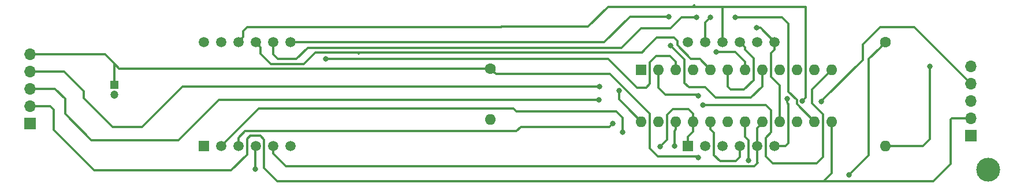
<source format=gtl>
G04 #@! TF.GenerationSoftware,KiCad,Pcbnew,5.0.1+dfsg1-3*
G04 #@! TF.CreationDate,2018-12-18T12:42:31-03:00*
G04 #@! TF.ProjectId,Control-Temp-Dysplay,436F6E74726F6C2D54656D702D447973,rev?*
G04 #@! TF.SameCoordinates,Original*
G04 #@! TF.FileFunction,Copper,L1,Top,Signal*
G04 #@! TF.FilePolarity,Positive*
%FSLAX46Y46*%
G04 Gerber Fmt 4.6, Leading zero omitted, Abs format (unit mm)*
G04 Created by KiCad (PCBNEW 5.0.1+dfsg1-3) date mar 18 dic 2018 12:42:31 -03*
%MOMM*%
%LPD*%
G01*
G04 APERTURE LIST*
G04 #@! TA.AperFunction,ComponentPad*
%ADD10C,1.600000*%
G04 #@! TD*
G04 #@! TA.AperFunction,ComponentPad*
%ADD11O,1.600000X1.600000*%
G04 #@! TD*
G04 #@! TA.AperFunction,ComponentPad*
%ADD12R,1.200000X1.200000*%
G04 #@! TD*
G04 #@! TA.AperFunction,ComponentPad*
%ADD13C,1.200000*%
G04 #@! TD*
G04 #@! TA.AperFunction,ComponentPad*
%ADD14C,1.500000*%
G04 #@! TD*
G04 #@! TA.AperFunction,ComponentPad*
%ADD15R,1.500000X1.500000*%
G04 #@! TD*
G04 #@! TA.AperFunction,ComponentPad*
%ADD16R,1.700000X1.700000*%
G04 #@! TD*
G04 #@! TA.AperFunction,ComponentPad*
%ADD17O,1.700000X1.700000*%
G04 #@! TD*
G04 #@! TA.AperFunction,ComponentPad*
%ADD18R,1.600000X1.600000*%
G04 #@! TD*
G04 #@! TA.AperFunction,ViaPad*
%ADD19C,3.500000*%
G04 #@! TD*
G04 #@! TA.AperFunction,ViaPad*
%ADD20C,0.800000*%
G04 #@! TD*
G04 #@! TA.AperFunction,Conductor*
%ADD21C,0.300000*%
G04 #@! TD*
G04 APERTURE END LIST*
D10*
G04 #@! TO.P,10nF1,1*
G04 #@! TO.N,VCC*
X101050000Y-48625000D03*
D11*
G04 #@! TO.P,10nF1,2*
G04 #@! TO.N,GND*
X101050000Y-56125000D03*
G04 #@! TD*
D12*
G04 #@! TO.P,10uF1,1*
G04 #@! TO.N,VCC*
X45925000Y-51000000D03*
D13*
G04 #@! TO.P,10uF1,2*
G04 #@! TO.N,GND*
X45925000Y-52500000D03*
G04 #@! TD*
D14*
G04 #@! TO.P,DISP1,12*
G04 #@! TO.N,D3*
X130000000Y-44760000D03*
G04 #@! TO.P,DISP1,11*
G04 #@! TO.N,A*
X132540000Y-44760000D03*
G04 #@! TO.P,DISP1,10*
G04 #@! TO.N,F*
X135080000Y-44760000D03*
G04 #@! TO.P,DISP1,9*
G04 #@! TO.N,D2*
X137620000Y-44760000D03*
G04 #@! TO.P,DISP1,8*
G04 #@! TO.N,D1*
X140160000Y-44760000D03*
G04 #@! TO.P,DISP1,7*
G04 #@! TO.N,B*
X142700000Y-44760000D03*
G04 #@! TO.P,DISP1,6*
G04 #@! TO.N,D0*
X142700000Y-60000000D03*
G04 #@! TO.P,DISP1,5*
G04 #@! TO.N,G*
X140160000Y-60000000D03*
G04 #@! TO.P,DISP1,4*
G04 #@! TO.N,C*
X137620000Y-60000000D03*
G04 #@! TO.P,DISP1,3*
G04 #@! TO.N,DP*
X135080000Y-60000000D03*
G04 #@! TO.P,DISP1,2*
G04 #@! TO.N,D*
X132540000Y-60000000D03*
D15*
G04 #@! TO.P,DISP1,1*
G04 #@! TO.N,E*
X130000000Y-60000000D03*
G04 #@! TD*
G04 #@! TO.P,DISP2,1*
G04 #@! TO.N,E*
X59000000Y-60000000D03*
D14*
G04 #@! TO.P,DISP2,2*
G04 #@! TO.N,D*
X61540000Y-60000000D03*
G04 #@! TO.P,DISP2,3*
G04 #@! TO.N,DP*
X64080000Y-60000000D03*
G04 #@! TO.P,DISP2,4*
G04 #@! TO.N,C*
X66620000Y-60000000D03*
G04 #@! TO.P,DISP2,5*
G04 #@! TO.N,G*
X69160000Y-60000000D03*
G04 #@! TO.P,DISP2,6*
G04 #@! TO.N,D4*
X71700000Y-60000000D03*
G04 #@! TO.P,DISP2,7*
G04 #@! TO.N,B*
X71700000Y-44760000D03*
G04 #@! TO.P,DISP2,8*
G04 #@! TO.N,D5*
X69160000Y-44760000D03*
G04 #@! TO.P,DISP2,9*
G04 #@! TO.N,D6*
X66620000Y-44760000D03*
G04 #@! TO.P,DISP2,10*
G04 #@! TO.N,F*
X64080000Y-44760000D03*
G04 #@! TO.P,DISP2,11*
G04 #@! TO.N,A*
X61540000Y-44760000D03*
G04 #@! TO.P,DISP2,12*
G04 #@! TO.N,D7*
X59000000Y-44760000D03*
G04 #@! TD*
D16*
G04 #@! TO.P,J1,1*
G04 #@! TO.N,GND*
X33575000Y-56700000D03*
D17*
G04 #@! TO.P,J1,2*
G04 #@! TO.N,CLK*
X33575000Y-54160000D03*
G04 #@! TO.P,J1,3*
G04 #@! TO.N,LOAD*
X33575000Y-51620000D03*
G04 #@! TO.P,J1,4*
G04 #@! TO.N,DIN*
X33575000Y-49080000D03*
G04 #@! TO.P,J1,5*
G04 #@! TO.N,VCC*
X33575000Y-46540000D03*
G04 #@! TD*
G04 #@! TO.P,J2,5*
G04 #@! TO.N,VCC*
X171475000Y-48290000D03*
G04 #@! TO.P,J2,4*
G04 #@! TO.N,DOUT*
X171475000Y-50830000D03*
G04 #@! TO.P,J2,3*
G04 #@! TO.N,LOAD*
X171475000Y-53370000D03*
G04 #@! TO.P,J2,2*
G04 #@! TO.N,CLK*
X171475000Y-55910000D03*
D16*
G04 #@! TO.P,J2,1*
G04 #@! TO.N,GND*
X171475000Y-58450000D03*
G04 #@! TD*
D10*
G04 #@! TO.P,R1,1*
G04 #@! TO.N,Net-(R1-Pad1)*
X158975000Y-44775000D03*
D11*
G04 #@! TO.P,R1,2*
G04 #@! TO.N,VCC*
X158975000Y-60015000D03*
G04 #@! TD*
D18*
G04 #@! TO.P,U1,1*
G04 #@! TO.N,DIN*
X123150000Y-48800000D03*
D11*
G04 #@! TO.P,U1,13*
G04 #@! TO.N,CLK*
X151090000Y-56420000D03*
G04 #@! TO.P,U1,2*
G04 #@! TO.N,D0*
X125690000Y-48800000D03*
G04 #@! TO.P,U1,14*
G04 #@! TO.N,A*
X148550000Y-56420000D03*
G04 #@! TO.P,U1,3*
G04 #@! TO.N,D4*
X128230000Y-48800000D03*
G04 #@! TO.P,U1,15*
G04 #@! TO.N,F*
X146010000Y-56420000D03*
G04 #@! TO.P,U1,4*
G04 #@! TO.N,GND*
X130770000Y-48800000D03*
G04 #@! TO.P,U1,16*
G04 #@! TO.N,B*
X143470000Y-56420000D03*
G04 #@! TO.P,U1,5*
G04 #@! TO.N,D6*
X133310000Y-48800000D03*
G04 #@! TO.P,U1,17*
G04 #@! TO.N,G*
X140930000Y-56420000D03*
G04 #@! TO.P,U1,6*
G04 #@! TO.N,D2*
X135850000Y-48800000D03*
G04 #@! TO.P,U1,18*
G04 #@! TO.N,Net-(R1-Pad1)*
X138390000Y-56420000D03*
G04 #@! TO.P,U1,7*
G04 #@! TO.N,D3*
X138390000Y-48800000D03*
G04 #@! TO.P,U1,19*
G04 #@! TO.N,VCC*
X135850000Y-56420000D03*
G04 #@! TO.P,U1,8*
G04 #@! TO.N,D7*
X140930000Y-48800000D03*
G04 #@! TO.P,U1,20*
G04 #@! TO.N,C*
X133310000Y-56420000D03*
G04 #@! TO.P,U1,9*
G04 #@! TO.N,GND*
X143470000Y-48800000D03*
G04 #@! TO.P,U1,21*
G04 #@! TO.N,E*
X130770000Y-56420000D03*
G04 #@! TO.P,U1,10*
G04 #@! TO.N,D5*
X146010000Y-48800000D03*
G04 #@! TO.P,U1,22*
G04 #@! TO.N,DP*
X128230000Y-56420000D03*
G04 #@! TO.P,U1,11*
G04 #@! TO.N,D1*
X148550000Y-48800000D03*
G04 #@! TO.P,U1,23*
G04 #@! TO.N,D*
X125690000Y-56420000D03*
G04 #@! TO.P,U1,12*
G04 #@! TO.N,LOAD*
X151090000Y-48800000D03*
G04 #@! TO.P,U1,24*
G04 #@! TO.N,DOUT*
X123150000Y-56420000D03*
G04 #@! TD*
D19*
G04 #@! TO.N,*
X173990000Y-63500000D03*
D20*
G04 #@! TO.N,VCC*
X165485000Y-48290000D03*
X131500000Y-61725000D03*
G04 #@! TO.N,D3*
X134150000Y-46225000D03*
G04 #@! TO.N,A*
X136900000Y-41100000D03*
X133250000Y-41125000D03*
G04 #@! TO.N,F*
X146750000Y-53400000D03*
G04 #@! TO.N,B*
X140100000Y-42675000D03*
X127175000Y-41050000D03*
G04 #@! TO.N,D0*
X131550000Y-52625000D03*
X144525000Y-53025000D03*
G04 #@! TO.N,C*
X66575000Y-63350000D03*
G04 #@! TO.N,DP*
X118950000Y-56700000D03*
X128000000Y-60025000D03*
G04 #@! TO.N,D*
X120425000Y-57975000D03*
G04 #@! TO.N,E*
X125900000Y-60100000D03*
G04 #@! TO.N,D4*
X76900000Y-47200000D03*
G04 #@! TO.N,D5*
X131275000Y-41150000D03*
G04 #@! TO.N,D7*
X127450000Y-45275000D03*
G04 #@! TO.N,LOAD*
X132200000Y-53950000D03*
X116975000Y-53225000D03*
G04 #@! TO.N,DIN*
X117025000Y-51300000D03*
G04 #@! TO.N,DOUT*
X119875000Y-51825000D03*
X149525000Y-53450000D03*
G04 #@! TO.N,Net-(R1-Pad1)*
X153625000Y-64250000D03*
X138850000Y-62075000D03*
G04 #@! TD*
D21*
G04 #@! TO.N,VCC*
X165485000Y-48290000D02*
X165485000Y-58965000D01*
X165485000Y-58965000D02*
X164425000Y-60025000D01*
X164415000Y-60015000D02*
X158975000Y-60015000D01*
X164425000Y-60025000D02*
X164415000Y-60015000D01*
X45925000Y-51000000D02*
X45925000Y-47925000D01*
X44540000Y-46540000D02*
X33575000Y-46540000D01*
X45925000Y-47925000D02*
X44540000Y-46540000D01*
X46625000Y-48625000D02*
X101050000Y-48625000D01*
X45925000Y-47925000D02*
X46625000Y-48625000D01*
X118585001Y-49424999D02*
X124400000Y-55239998D01*
X101050000Y-48625000D02*
X101849999Y-49424999D01*
X101849999Y-49424999D02*
X118585001Y-49424999D01*
X124400000Y-55239998D02*
X124400000Y-60350000D01*
X124400000Y-60350000D02*
X125575000Y-61525000D01*
X125575000Y-61525000D02*
X131300000Y-61525000D01*
X131300000Y-61525000D02*
X131500000Y-61725000D01*
G04 #@! TO.N,D3*
X138390000Y-47668630D02*
X136946370Y-46225000D01*
X138390000Y-48800000D02*
X138390000Y-47668630D01*
X136946370Y-46225000D02*
X134150000Y-46225000D01*
G04 #@! TO.N,A*
X132540000Y-41835000D02*
X132540000Y-44760000D01*
X133250000Y-41125000D02*
X132540000Y-41835000D01*
X145949999Y-53819999D02*
X145949999Y-53260003D01*
X143800000Y-41100000D02*
X137465685Y-41100000D01*
X148550000Y-56420000D02*
X145949999Y-53819999D01*
X145949999Y-53260003D02*
X144750000Y-52060004D01*
X144750000Y-52060004D02*
X144750000Y-42050000D01*
X137465685Y-41100000D02*
X136900000Y-41100000D01*
X144750000Y-42050000D02*
X143800000Y-41100000D01*
G04 #@! TO.N,F*
X135080000Y-44760000D02*
X135080000Y-43699340D01*
X130880660Y-39350000D02*
X130805660Y-39425000D01*
X64829999Y-44010001D02*
X64829999Y-43120001D01*
X64080000Y-44760000D02*
X64829999Y-44010001D01*
X64829999Y-43120001D02*
X65375000Y-42575000D01*
X65375000Y-42575000D02*
X102600000Y-42575000D01*
X102600000Y-42575000D02*
X102675000Y-42500000D01*
X102675000Y-42500000D02*
X115375000Y-42500000D01*
X118325000Y-39550000D02*
X135080000Y-39550000D01*
X115375000Y-42500000D02*
X118325000Y-39550000D01*
X135080000Y-44760000D02*
X135080000Y-39550000D01*
X147225000Y-39550000D02*
X147249997Y-39574997D01*
X147249997Y-39574997D02*
X147249997Y-52900003D01*
X147149999Y-53000001D02*
X146750000Y-53400000D01*
X135080000Y-39550000D02*
X147225000Y-39550000D01*
X147249997Y-52900003D02*
X147149999Y-53000001D01*
G04 #@! TO.N,D2*
X135850000Y-51275000D02*
X135850000Y-48800000D01*
X137620000Y-44760000D02*
X138369999Y-45509999D01*
X138369999Y-45509999D02*
X138369999Y-45844999D01*
X138369999Y-45844999D02*
X139625000Y-47100000D01*
X139625000Y-47100000D02*
X139625000Y-50300000D01*
X139625000Y-50300000D02*
X138225000Y-51700000D01*
X136275000Y-51700000D02*
X135850000Y-51275000D01*
X138225000Y-51700000D02*
X136275000Y-51700000D01*
G04 #@! TO.N,B*
X143470000Y-51145000D02*
X143470000Y-56420000D01*
X142700000Y-45820660D02*
X142150000Y-46370660D01*
X142700000Y-44760000D02*
X142700000Y-45820660D01*
X142175000Y-48225000D02*
X142175000Y-49850000D01*
X142150000Y-46370660D02*
X142150000Y-48200000D01*
X142150000Y-48200000D02*
X142175000Y-48225000D01*
X142175000Y-49850000D02*
X143470000Y-51145000D01*
X142700000Y-44760000D02*
X140615000Y-42675000D01*
X140615000Y-42675000D02*
X140100000Y-42675000D01*
X126609315Y-41050000D02*
X126584315Y-41025000D01*
X127175000Y-41050000D02*
X126609315Y-41050000D01*
X126584315Y-41025000D02*
X121500000Y-41025000D01*
X121500000Y-41025000D02*
X117750000Y-44775000D01*
X117735000Y-44760000D02*
X71700000Y-44760000D01*
X117750000Y-44775000D02*
X117735000Y-44760000D01*
G04 #@! TO.N,D0*
X125690000Y-48800000D02*
X125690000Y-51465000D01*
X125690000Y-51465000D02*
X126675000Y-52450000D01*
X126675000Y-52450000D02*
X131375000Y-52450000D01*
X131375000Y-52450000D02*
X131550000Y-52625000D01*
X144525000Y-53590685D02*
X144675000Y-53740685D01*
X144750000Y-59550000D02*
X144300000Y-60000000D01*
X144525000Y-53025000D02*
X144525000Y-53590685D01*
X144675000Y-53740685D02*
X144675000Y-53775000D01*
X144300000Y-60000000D02*
X142700000Y-60000000D01*
X144675000Y-53775000D02*
X144750000Y-53850000D01*
X144750000Y-53850000D02*
X144750000Y-59550000D01*
G04 #@! TO.N,G*
X140930000Y-56420000D02*
X140930000Y-56620000D01*
X140160000Y-57390000D02*
X140160000Y-60000000D01*
X140930000Y-56620000D02*
X140160000Y-57390000D01*
X140160000Y-62435000D02*
X140160000Y-60000000D01*
X140200000Y-62475000D02*
X140160000Y-62435000D01*
X71025000Y-62950000D02*
X139725000Y-62950000D01*
X139725000Y-62950000D02*
X140200000Y-62475000D01*
X69160000Y-60000000D02*
X69160000Y-61085000D01*
X69160000Y-61085000D02*
X71025000Y-62950000D01*
G04 #@! TO.N,C*
X137620000Y-61580000D02*
X137620000Y-60000000D01*
X133310000Y-56420000D02*
X133310000Y-57551370D01*
X133825000Y-58066370D02*
X133825000Y-61325000D01*
X133310000Y-57551370D02*
X133825000Y-58066370D01*
X133825000Y-61325000D02*
X134725000Y-62225000D01*
X134725000Y-62225000D02*
X136975000Y-62225000D01*
X136975000Y-62225000D02*
X137620000Y-61580000D01*
X66575000Y-60045000D02*
X66620000Y-60000000D01*
X66575000Y-63350000D02*
X66575000Y-60045000D01*
G04 #@! TO.N,DP*
X65050000Y-57825000D02*
X64080000Y-58795000D01*
X104850000Y-57825000D02*
X65050000Y-57825000D01*
X64080000Y-58795000D02*
X64080000Y-60000000D01*
X105499999Y-57175001D02*
X104850000Y-57825000D01*
X118950000Y-56700000D02*
X118474999Y-57175001D01*
X118474999Y-57175001D02*
X105499999Y-57175001D01*
X128230000Y-57551370D02*
X128000000Y-57781370D01*
X128000000Y-57781370D02*
X128000000Y-60025000D01*
X128230000Y-56420000D02*
X128230000Y-57551370D01*
G04 #@! TO.N,D*
X67065000Y-54475000D02*
X61540000Y-60000000D01*
X104450000Y-54475000D02*
X67065000Y-54475000D01*
X104849999Y-54874999D02*
X104450000Y-54475000D01*
X119449999Y-54874999D02*
X104849999Y-54874999D01*
X120425000Y-57975000D02*
X120425000Y-55850000D01*
X120425000Y-55850000D02*
X119449999Y-54874999D01*
G04 #@! TO.N,E*
X130770000Y-56420000D02*
X130770000Y-57905000D01*
X130000000Y-58675000D02*
X130000000Y-60000000D01*
X130770000Y-57905000D02*
X130000000Y-58675000D01*
X130770000Y-55288630D02*
X130081370Y-54600000D01*
X130770000Y-56420000D02*
X130770000Y-55288630D01*
X130081370Y-54600000D02*
X127800000Y-54600000D01*
X127800000Y-54600000D02*
X126975000Y-55425000D01*
X126975000Y-55425000D02*
X126975000Y-59025000D01*
X126975000Y-59025000D02*
X125900000Y-60100000D01*
G04 #@! TO.N,D4*
X128230000Y-47668630D02*
X127725000Y-47163630D01*
X128230000Y-48800000D02*
X128230000Y-47668630D01*
X127725000Y-47163630D02*
X127725000Y-47150000D01*
X127725000Y-47150000D02*
X127375000Y-46800000D01*
X127375000Y-46800000D02*
X125325000Y-46800000D01*
X125325000Y-46800000D02*
X124425000Y-47700000D01*
X124425000Y-47700000D02*
X124425000Y-49850000D01*
X124425000Y-49850000D02*
X124425000Y-50850000D01*
X124425000Y-50850000D02*
X123875000Y-51400000D01*
X123875000Y-51400000D02*
X122525000Y-51400000D01*
X122525000Y-51400000D02*
X118325000Y-47200000D01*
X118325000Y-47200000D02*
X76900000Y-47200000D01*
G04 #@! TO.N,D5*
X69160000Y-46535000D02*
X69160000Y-44760000D01*
X69875000Y-47250000D02*
X69160000Y-46535000D01*
X120250000Y-45600000D02*
X74250000Y-45600000D01*
X129025000Y-41150000D02*
X127475000Y-42700000D01*
X131275000Y-41150000D02*
X129025000Y-41150000D01*
X72600000Y-47250000D02*
X72200000Y-47250000D01*
X127475000Y-42700000D02*
X123150000Y-42700000D01*
X74250000Y-45600000D02*
X72600000Y-47250000D01*
X72200000Y-47250000D02*
X69875000Y-47250000D01*
X123150000Y-42700000D02*
X120250000Y-45600000D01*
G04 #@! TO.N,D6*
X67369999Y-45509999D02*
X67369999Y-46469999D01*
X66620000Y-44760000D02*
X67369999Y-45509999D01*
X67369999Y-46469999D02*
X68850000Y-47950000D01*
X68850000Y-47950000D02*
X73700000Y-47950000D01*
X73700000Y-47950000D02*
X75350000Y-46300000D01*
X81600000Y-46300000D02*
X81725000Y-46425000D01*
X75350000Y-46300000D02*
X81600000Y-46300000D01*
X123250010Y-46299990D02*
X123675000Y-45875000D01*
X81850010Y-46299990D02*
X123250010Y-46299990D01*
X81725000Y-46425000D02*
X81850010Y-46299990D01*
X123675000Y-45875000D02*
X123275000Y-46275000D01*
X131735000Y-47225000D02*
X130450000Y-47225000D01*
X133310000Y-48800000D02*
X131735000Y-47225000D01*
X130450000Y-47225000D02*
X128425000Y-45200000D01*
X125450000Y-44100000D02*
X123675000Y-45875000D01*
X128425000Y-45200000D02*
X128425000Y-44550000D01*
X128425000Y-44550000D02*
X127975000Y-44100000D01*
X127975000Y-44100000D02*
X125450000Y-44100000D01*
G04 #@! TO.N,D7*
X140930000Y-49931370D02*
X140900000Y-49961370D01*
X140930000Y-48800000D02*
X140930000Y-49931370D01*
X140900000Y-49961370D02*
X140900000Y-51250000D01*
X140900000Y-51250000D02*
X139250000Y-52900000D01*
X139250000Y-52900000D02*
X134075000Y-52900000D01*
X134075000Y-52900000D02*
X132550000Y-51375000D01*
X132550000Y-51375000D02*
X130150000Y-51375000D01*
X130150000Y-51375000D02*
X129500000Y-50725000D01*
X129500000Y-50725000D02*
X129500000Y-47325000D01*
X129500000Y-47325000D02*
X127450000Y-45275000D01*
G04 #@! TO.N,CLK*
X36535000Y-54160000D02*
X33575000Y-54160000D01*
X69825000Y-65200000D02*
X67875000Y-63250000D01*
X149875000Y-65200000D02*
X69825000Y-65200000D01*
X37000000Y-54625000D02*
X36535000Y-54160000D01*
X151075000Y-64000000D02*
X149875000Y-65200000D01*
X67875000Y-59025000D02*
X67325000Y-58475000D01*
X63050000Y-63575000D02*
X42990000Y-63575000D01*
X151075000Y-57566370D02*
X151075000Y-64000000D01*
X151090000Y-56420000D02*
X151090000Y-57551370D01*
X151090000Y-57551370D02*
X151075000Y-57566370D01*
X67875000Y-63250000D02*
X67875000Y-59025000D01*
X42990000Y-63575000D02*
X37000000Y-57585000D01*
X67325000Y-58475000D02*
X65850000Y-58475000D01*
X65350000Y-58975000D02*
X65350000Y-61275000D01*
X65350000Y-61275000D02*
X63050000Y-63575000D01*
X65850000Y-58475000D02*
X65350000Y-58975000D01*
X37000000Y-57585000D02*
X37000000Y-54625000D01*
X149875000Y-65200000D02*
X165975000Y-65200000D01*
X165975000Y-65200000D02*
X168525000Y-62650000D01*
X168525000Y-62650000D02*
X168525000Y-56100000D01*
X168715000Y-55910000D02*
X171475000Y-55910000D01*
X168525000Y-56100000D02*
X168715000Y-55910000D01*
G04 #@! TO.N,LOAD*
X116409315Y-53225000D02*
X116384315Y-53250000D01*
X116975000Y-53225000D02*
X116409315Y-53225000D01*
X116384315Y-53250000D02*
X61200000Y-53250000D01*
X61200000Y-53250000D02*
X55325000Y-59125000D01*
X55325000Y-59125000D02*
X42550000Y-59125000D01*
X42550000Y-59125000D02*
X38675000Y-55250000D01*
X38675000Y-55250000D02*
X38675000Y-53075000D01*
X37220000Y-51620000D02*
X33575000Y-51620000D01*
X38675000Y-53075000D02*
X37220000Y-51620000D01*
X148850000Y-62525000D02*
X142450000Y-62525000D01*
X142450000Y-62525000D02*
X141425000Y-61500000D01*
X149800000Y-55310004D02*
X149800000Y-61575000D01*
X132765685Y-53950000D02*
X132200000Y-53950000D01*
X148224998Y-53735002D02*
X149800000Y-55310004D01*
X142200000Y-54725000D02*
X141425000Y-53950000D01*
X149800000Y-61575000D02*
X148850000Y-62525000D01*
X148224998Y-51665002D02*
X148224998Y-53735002D01*
X142200000Y-58000000D02*
X142200000Y-54725000D01*
X151090000Y-48800000D02*
X148224998Y-51665002D01*
X141425000Y-53950000D02*
X132765685Y-53950000D01*
X141425000Y-58775000D02*
X142200000Y-58000000D01*
X141425000Y-61500000D02*
X141425000Y-58775000D01*
G04 #@! TO.N,DIN*
X117025000Y-51300000D02*
X55900000Y-51300000D01*
X55900000Y-51300000D02*
X50000000Y-57200000D01*
X50000000Y-57200000D02*
X45625000Y-57200000D01*
X45625000Y-57200000D02*
X41425000Y-53000000D01*
X41425000Y-53000000D02*
X41425000Y-51950000D01*
X38555000Y-49080000D02*
X33575000Y-49080000D01*
X41425000Y-51950000D02*
X38555000Y-49080000D01*
G04 #@! TO.N,DOUT*
X121075000Y-54345000D02*
X123150000Y-56420000D01*
X119875000Y-53145000D02*
X121075000Y-54345000D01*
X119875000Y-51825000D02*
X119875000Y-53145000D01*
X155600000Y-45100000D02*
X155600000Y-47375000D01*
X163170000Y-42525000D02*
X158175000Y-42525000D01*
X158175000Y-42525000D02*
X155600000Y-45100000D01*
X155600000Y-47375000D02*
X149924999Y-53050001D01*
X149924999Y-53050001D02*
X149525000Y-53450000D01*
X171475000Y-50830000D02*
X163170000Y-42525000D01*
G04 #@! TO.N,Net-(R1-Pad1)*
X158175001Y-45574999D02*
X158150001Y-45574999D01*
X158975000Y-44775000D02*
X158175001Y-45574999D01*
X156500000Y-47225000D02*
X156500000Y-61375000D01*
X158150001Y-45574999D02*
X156500000Y-47225000D01*
X156500000Y-61375000D02*
X153625000Y-64250000D01*
X138850000Y-61509315D02*
X138900000Y-61459315D01*
X138850000Y-62075000D02*
X138850000Y-61509315D01*
X138900000Y-61459315D02*
X138900000Y-59150000D01*
X138390000Y-58640000D02*
X138390000Y-56420000D01*
X138900000Y-59150000D02*
X138390000Y-58640000D01*
G04 #@! TD*
M02*

</source>
